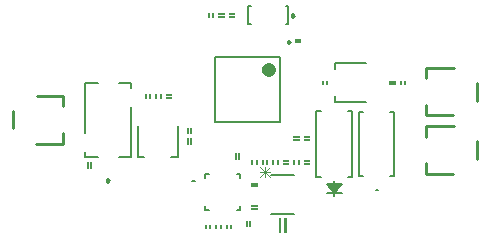
<source format=gto>
G04*
G04 #@! TF.GenerationSoftware,Altium Limited,Altium Designer,21.9.2 (33)*
G04*
G04 Layer_Color=65535*
%FSLAX25Y25*%
%MOIN*%
G70*
G04*
G04 #@! TF.SameCoordinates,DE561362-EE76-411C-985F-06221E673FF8*
G04*
G04*
G04 #@! TF.FilePolarity,Positive*
G04*
G01*
G75*
%ADD10C,0.00984*%
%ADD11C,0.02362*%
%ADD12C,0.00787*%
%ADD13C,0.00600*%
%ADD14C,0.00100*%
%ADD15C,0.01000*%
%ADD16C,0.00500*%
%ADD17C,0.00300*%
G36*
X-3100Y35300D02*
X-4900D01*
Y35650D01*
X-3100D01*
Y35300D01*
D02*
G37*
G36*
X-6600D02*
X-8400D01*
Y35650D01*
X-6600D01*
Y35300D01*
D02*
G37*
G36*
X-3100Y34350D02*
X-4900D01*
Y34700D01*
X-3100D01*
Y34350D01*
D02*
G37*
G36*
X-6600D02*
X-8400D01*
Y34700D01*
X-6600D01*
Y34350D01*
D02*
G37*
G36*
X-10050D02*
X-10400Y34350D01*
Y35650D01*
X-10050Y35650D01*
Y34350D01*
D02*
G37*
G36*
X-11600D02*
X-11950D01*
Y35650D01*
X-11600D01*
Y34350D01*
D02*
G37*
G36*
X18900Y26800D02*
X17100D01*
Y27150D01*
X18900D01*
Y26800D01*
D02*
G37*
G36*
Y25850D02*
X17100D01*
Y26200D01*
X18900D01*
Y25850D01*
D02*
G37*
G36*
X50400Y12800D02*
X48600D01*
Y13150D01*
X50400D01*
Y12800D01*
D02*
G37*
G36*
X53950Y11850D02*
X53600Y11850D01*
Y13150D01*
X53950Y13150D01*
Y11850D01*
D02*
G37*
G36*
X52400D02*
X52050D01*
Y13150D01*
X52400D01*
Y11850D01*
D02*
G37*
G36*
X50400D02*
X48600D01*
Y12200D01*
X50400D01*
Y11850D01*
D02*
G37*
G36*
X27950D02*
X27600Y11850D01*
Y13150D01*
X27950Y13150D01*
Y11850D01*
D02*
G37*
G36*
X26400D02*
X26050D01*
Y13150D01*
X26400D01*
Y11850D01*
D02*
G37*
G36*
X-24100Y8300D02*
X-25900D01*
Y8650D01*
X-24100D01*
Y8300D01*
D02*
G37*
G36*
Y7350D02*
X-25900D01*
Y7700D01*
X-24100D01*
Y7350D01*
D02*
G37*
G36*
X-27550D02*
X-27900Y7350D01*
Y8650D01*
X-27550Y8650D01*
Y7350D01*
D02*
G37*
G36*
X-29100D02*
X-29450D01*
Y8650D01*
X-29100D01*
Y7350D01*
D02*
G37*
G36*
X-31050D02*
X-31400Y7350D01*
Y8650D01*
X-31050Y8650D01*
Y7350D01*
D02*
G37*
G36*
X-32600D02*
X-32950D01*
Y8650D01*
X-32600D01*
Y7350D01*
D02*
G37*
G36*
X-17350Y-4400D02*
X-17700D01*
Y-2600D01*
X-17350D01*
Y-4400D01*
D02*
G37*
G36*
X-18300D02*
X-18650D01*
Y-2600D01*
X-18300D01*
Y-4400D01*
D02*
G37*
G36*
X21900Y-5700D02*
X20100D01*
Y-5350D01*
X21900D01*
Y-5700D01*
D02*
G37*
G36*
X18400D02*
X16600D01*
Y-5350D01*
X18400D01*
Y-5700D01*
D02*
G37*
G36*
X21900Y-6650D02*
X20100D01*
Y-6300D01*
X21900D01*
Y-6650D01*
D02*
G37*
G36*
X18400D02*
X16600D01*
Y-6300D01*
X18400D01*
Y-6650D01*
D02*
G37*
G36*
X-17350Y-7900D02*
X-17700D01*
Y-6100D01*
X-17350D01*
Y-7900D01*
D02*
G37*
G36*
X-18300D02*
X-18650D01*
Y-6100D01*
X-18300D01*
Y-7900D01*
D02*
G37*
G36*
X-1350Y-12900D02*
X-1700D01*
Y-11100D01*
X-1350D01*
Y-12900D01*
D02*
G37*
G36*
X-2300D02*
X-2650D01*
Y-11100D01*
X-2300D01*
Y-12900D01*
D02*
G37*
G36*
X21900Y-13700D02*
X20100D01*
Y-13350D01*
X21900D01*
Y-13700D01*
D02*
G37*
G36*
X14900D02*
X13100D01*
Y-13350D01*
X14900D01*
Y-13700D01*
D02*
G37*
G36*
X21900Y-14650D02*
X20100D01*
Y-14300D01*
X21900D01*
Y-14650D01*
D02*
G37*
G36*
X18450D02*
X18100D01*
Y-13350D01*
X18450D01*
Y-14650D01*
D02*
G37*
G36*
X16900Y-13350D02*
Y-14650D01*
X16550Y-14650D01*
Y-13350D01*
X16900Y-13350D01*
D02*
G37*
G36*
X14900Y-14650D02*
X13100D01*
Y-14300D01*
X14900D01*
Y-14650D01*
D02*
G37*
G36*
X11450D02*
X11100Y-14650D01*
Y-13350D01*
X11450Y-13350D01*
Y-14650D01*
D02*
G37*
G36*
X9900D02*
X9550D01*
Y-13350D01*
X9900D01*
Y-14650D01*
D02*
G37*
G36*
X7950D02*
X7600Y-14650D01*
Y-13350D01*
X7950Y-13350D01*
Y-14650D01*
D02*
G37*
G36*
X6400D02*
X6050D01*
Y-13350D01*
X6400D01*
Y-14650D01*
D02*
G37*
G36*
X4450D02*
X4100D01*
Y-13350D01*
X4450D01*
Y-14650D01*
D02*
G37*
G36*
X2900Y-13350D02*
Y-14650D01*
X2550Y-14650D01*
Y-13350D01*
X2900Y-13350D01*
D02*
G37*
G36*
X-50850Y-15900D02*
X-51200D01*
Y-14100D01*
X-50850D01*
Y-15900D01*
D02*
G37*
G36*
X-51800D02*
X-52150D01*
Y-14100D01*
X-51800D01*
Y-15900D01*
D02*
G37*
G36*
X4400Y-21200D02*
X2600D01*
Y-20850D01*
X4400D01*
Y-21200D01*
D02*
G37*
G36*
Y-22150D02*
X2600D01*
Y-21800D01*
X4400D01*
Y-22150D01*
D02*
G37*
G36*
Y-28700D02*
X2600D01*
Y-28350D01*
X4400D01*
Y-28700D01*
D02*
G37*
G36*
Y-29650D02*
X2600D01*
Y-29300D01*
X4400D01*
Y-29650D01*
D02*
G37*
G36*
X2150Y-35400D02*
X1800D01*
Y-33600D01*
X2150D01*
Y-35400D01*
D02*
G37*
G36*
X1200D02*
X850D01*
Y-33600D01*
X1200D01*
Y-35400D01*
D02*
G37*
G36*
X-4050Y-36150D02*
X-4400D01*
Y-34850D01*
X-4050D01*
Y-36150D01*
D02*
G37*
G36*
X-5600Y-34850D02*
Y-36150D01*
X-5950Y-36150D01*
Y-34850D01*
X-5600Y-34850D01*
D02*
G37*
G36*
X-7550Y-36150D02*
X-7900D01*
Y-34850D01*
X-7550D01*
Y-36150D01*
D02*
G37*
G36*
X-9100Y-34850D02*
Y-36150D01*
X-9450Y-36150D01*
Y-34850D01*
X-9100Y-34850D01*
D02*
G37*
G36*
X-11050Y-36150D02*
X-11400D01*
Y-34850D01*
X-11050D01*
Y-36150D01*
D02*
G37*
G36*
X-12600Y-34850D02*
Y-36150D01*
X-12950Y-36150D01*
Y-34850D01*
X-12600Y-34850D01*
D02*
G37*
G36*
X14200Y-37400D02*
X13700D01*
Y-32600D01*
X14200D01*
Y-37400D01*
D02*
G37*
G36*
X12300D02*
X11800D01*
Y-32600D01*
X12300D01*
Y-37400D01*
D02*
G37*
D10*
X15575Y25945D02*
X14837Y26371D01*
Y25519D01*
X15575Y25945D01*
X17000Y34803D02*
X16262Y35229D01*
Y34377D01*
X17000Y34803D01*
X-44705Y-20177D02*
X-45443Y-19751D01*
Y-20603D01*
X-44705Y-20177D01*
D11*
X9571Y16890D02*
X9126Y17813D01*
X8127Y18041D01*
X7326Y17402D01*
Y16377D01*
X8127Y15738D01*
X9126Y15966D01*
X9571Y16890D01*
D12*
X-16240Y-20260D02*
X-17028D01*
X-16240D01*
X-9327Y20827D02*
X12327D01*
X-9327Y-827D02*
X12327D01*
Y20827D01*
X-9327Y-827D02*
Y20827D01*
X14047Y32146D02*
X14835D01*
X1646D02*
X2433D01*
X1646D02*
Y37854D01*
X14047D02*
X14835D01*
X1646D02*
X2433D01*
X14835Y32146D02*
Y37854D01*
X-52677Y-12205D02*
Y-10728D01*
Y-4232D02*
Y12205D01*
X-41555D02*
X-37323D01*
X-52677D02*
X-48445D01*
X-37323Y-12205D02*
Y4232D01*
Y10728D02*
Y12205D01*
X-41555Y-12205D02*
X-37323D01*
X-52677D02*
X-48445D01*
D13*
X44800Y-23250D02*
X44200D01*
X44800D01*
X30500Y5900D02*
X40953D01*
X30500Y16960D02*
Y19100D01*
X40953D01*
X30500Y5900D02*
Y8040D01*
X9150Y-31500D02*
X16850D01*
X9150Y-18500D02*
X16850D01*
X-24040Y-12500D02*
X-21900D01*
X-35100D02*
Y-2047D01*
Y-12500D02*
X-32960D01*
X-21900D02*
Y-2047D01*
X38700Y2750D02*
X40040D01*
X48960Y-18750D02*
X50300D01*
X38700D02*
X40040D01*
X38700D02*
Y2750D01*
X48960D02*
X50300D01*
Y-18750D02*
Y2750D01*
X34875Y-18900D02*
X36315D01*
X24315D02*
X25755D01*
X24315D02*
Y2900D01*
X34875D02*
X36315D01*
Y-18900D02*
Y2900D01*
X27815Y-21400D02*
X32815D01*
X30315Y-24400D02*
X30815Y-21400D01*
X30315Y-24400D02*
X31315Y-21400D01*
X30315Y-24400D02*
X31815Y-21400D01*
X30315Y-24400D02*
X32315Y-21400D01*
X30315Y-24400D02*
X32815Y-21400D01*
X29815D02*
X30315Y-24400D01*
X29315Y-21400D02*
X30315Y-24400D01*
X28815Y-21400D02*
X30315Y-24400D01*
X28315Y-21400D02*
X30315Y-24400D01*
X27815Y-21400D02*
X30315Y-24400D01*
X27815D02*
X32815D01*
X30315Y-25400D02*
Y-20400D01*
X24315Y2900D02*
X25755D01*
D14*
X20100Y-14650D02*
Y-14300D01*
X21900Y-14650D02*
Y-14300D01*
X20100D02*
X21900D01*
X20100Y-14650D02*
X21900D01*
X20100Y-13350D02*
X21900D01*
X20100Y-13700D02*
X21900D01*
X20100D02*
Y-13350D01*
X21900Y-13700D02*
Y-13350D01*
X18400Y-5700D02*
Y-5350D01*
X16600Y-5700D02*
Y-5350D01*
Y-5700D02*
X18400D01*
X16600Y-5350D02*
X18400D01*
X16600Y-6650D02*
X18400D01*
X16600Y-6300D02*
X18400D01*
Y-6650D02*
Y-6300D01*
X16600Y-6650D02*
Y-6300D01*
X-52150Y-14100D02*
X-51800D01*
X-52150Y-15900D02*
X-51800D01*
Y-14100D01*
X-52150Y-15900D02*
Y-14100D01*
X-50850Y-15900D02*
Y-14100D01*
X-51200Y-15900D02*
Y-14100D01*
X-50850D01*
X-51200Y-15900D02*
X-50850D01*
X-11950Y34350D02*
Y35650D01*
X-11600D01*
Y34350D02*
Y35650D01*
X-11950Y34350D02*
X-11600D01*
X-10400Y35650D02*
X-10050Y35650D01*
X-10400Y34350D02*
Y35650D01*
Y34350D02*
X-10050Y34350D01*
Y35650D01*
X21900Y-5700D02*
Y-5350D01*
X20100Y-5700D02*
Y-5350D01*
Y-5700D02*
X21900D01*
X20100Y-5350D02*
X21900D01*
X20100Y-6650D02*
X21900D01*
X20100Y-6300D02*
X21900D01*
Y-6650D02*
Y-6300D01*
X20100Y-6650D02*
Y-6300D01*
X53950Y11850D02*
Y13150D01*
X53600Y11850D02*
X53950Y11850D01*
X53600Y11850D02*
Y13150D01*
X53950Y13150D01*
X52050Y11850D02*
X52400D01*
Y13150D01*
X52050D02*
X52400D01*
X52050Y11850D02*
Y13150D01*
X-31050Y7350D02*
Y8650D01*
X-31400Y7350D02*
X-31050Y7350D01*
X-31400Y7350D02*
Y8650D01*
X-31050Y8650D01*
X-32950Y7350D02*
X-32600D01*
Y8650D01*
X-32950D02*
X-32600D01*
X-32950Y7350D02*
Y8650D01*
X48600Y11850D02*
Y12200D01*
X50400Y11850D02*
Y12200D01*
X48600D02*
X50400D01*
X48600Y11850D02*
X50400D01*
X48600Y13150D02*
X50400D01*
X48600Y12800D02*
X50400D01*
X48600D02*
Y13150D01*
X50400Y12800D02*
Y13150D01*
X27950Y11850D02*
Y13150D01*
X27600Y11850D02*
X27950Y11850D01*
X27600Y11850D02*
Y13150D01*
X27950Y13150D01*
X26050Y11850D02*
X26400D01*
Y13150D01*
X26050D02*
X26400D01*
X26050Y11850D02*
Y13150D01*
X-2650Y-11100D02*
X-2300D01*
X-2650Y-12900D02*
X-2300D01*
Y-11100D01*
X-2650Y-12900D02*
Y-11100D01*
X-1350Y-12900D02*
Y-11100D01*
X-1700Y-12900D02*
Y-11100D01*
X-1350D01*
X-1700Y-12900D02*
X-1350D01*
X16550Y-14650D02*
Y-13350D01*
X16900Y-13350D01*
Y-14650D02*
Y-13350D01*
X16550Y-14650D02*
X16900Y-14650D01*
X18100Y-13350D02*
X18450D01*
X18100Y-14650D02*
Y-13350D01*
Y-14650D02*
X18450D01*
Y-13350D01*
X14900Y-13700D02*
Y-13350D01*
X13100Y-13700D02*
Y-13350D01*
Y-13700D02*
X14900D01*
X13100Y-13350D02*
X14900D01*
X13100Y-14650D02*
X14900D01*
X13100Y-14300D02*
X14900D01*
Y-14650D02*
Y-14300D01*
X13100Y-14650D02*
Y-14300D01*
X11450Y-14650D02*
Y-13350D01*
X11100Y-14650D02*
X11450Y-14650D01*
X11100Y-14650D02*
Y-13350D01*
X11450Y-13350D01*
X9550Y-14650D02*
X9900D01*
Y-13350D01*
X9550D02*
X9900D01*
X9550Y-14650D02*
Y-13350D01*
X7950Y-14650D02*
Y-13350D01*
X7600Y-14650D02*
X7950Y-14650D01*
X7600Y-14650D02*
Y-13350D01*
X7950Y-13350D01*
X6050Y-14650D02*
X6400D01*
Y-13350D01*
X6050D02*
X6400D01*
X6050Y-14650D02*
Y-13350D01*
X2550Y-14650D02*
Y-13350D01*
X2900Y-13350D01*
Y-14650D02*
Y-13350D01*
X2550Y-14650D02*
X2900Y-14650D01*
X4100Y-13350D02*
X4450D01*
X4100Y-14650D02*
Y-13350D01*
Y-14650D02*
X4450D01*
Y-13350D01*
X-5950Y-36150D02*
Y-34850D01*
X-5600Y-34850D01*
Y-36150D02*
Y-34850D01*
X-5950Y-36150D02*
X-5600Y-36150D01*
X-4400Y-34850D02*
X-4050D01*
X-4400Y-36150D02*
Y-34850D01*
Y-36150D02*
X-4050D01*
Y-34850D01*
X4400Y-21200D02*
Y-20850D01*
X2600Y-21200D02*
Y-20850D01*
Y-21200D02*
X4400D01*
X2600Y-20850D02*
X4400D01*
X2600Y-22150D02*
X4400D01*
X2600Y-21800D02*
X4400D01*
Y-22150D02*
Y-21800D01*
X2600Y-22150D02*
Y-21800D01*
X850Y-33600D02*
X1200D01*
X850Y-35400D02*
X1200D01*
Y-33600D01*
X850Y-35400D02*
Y-33600D01*
X2150Y-35400D02*
Y-33600D01*
X1800Y-35400D02*
Y-33600D01*
X2150D01*
X1800Y-35400D02*
X2150D01*
X17100Y25850D02*
Y26200D01*
X18900Y25850D02*
Y26200D01*
X17100D02*
X18900D01*
X17100Y25850D02*
X18900D01*
X17100Y27150D02*
X18900D01*
X17100Y26800D02*
X18900D01*
X17100D02*
Y27150D01*
X18900Y26800D02*
Y27150D01*
X-24100Y8300D02*
Y8650D01*
X-25900Y8300D02*
Y8650D01*
Y8300D02*
X-24100D01*
X-25900Y8650D02*
X-24100D01*
X-25900Y7350D02*
X-24100D01*
X-25900Y7700D02*
X-24100D01*
Y7350D02*
Y7700D01*
X-25900Y7350D02*
Y7700D01*
X-27550Y7350D02*
Y8650D01*
X-27900Y7350D02*
X-27550Y7350D01*
X-27900Y7350D02*
Y8650D01*
X-27550Y8650D01*
X-29450Y7350D02*
X-29100D01*
Y8650D01*
X-29450D02*
X-29100D01*
X-29450Y7350D02*
Y8650D01*
X-4900Y34350D02*
Y34700D01*
X-3100Y34350D02*
Y34700D01*
X-4900D02*
X-3100D01*
X-4900Y34350D02*
X-3100D01*
X-4900Y35650D02*
X-3100D01*
X-4900Y35300D02*
X-3100D01*
X-4900D02*
Y35650D01*
X-3100Y35300D02*
Y35650D01*
X-8400Y34350D02*
Y34700D01*
X-6600Y34350D02*
Y34700D01*
X-8400D02*
X-6600D01*
X-8400Y34350D02*
X-6600D01*
X-8400Y35650D02*
X-6600D01*
X-8400Y35300D02*
X-6600D01*
X-8400D02*
Y35650D01*
X-6600Y35300D02*
Y35650D01*
X-17700Y-4400D02*
X-17350D01*
X-17700Y-2600D02*
X-17350D01*
X-17700Y-4400D02*
Y-2600D01*
X-17350Y-4400D02*
Y-2600D01*
X-18650Y-4400D02*
Y-2600D01*
X-18300Y-4400D02*
Y-2600D01*
X-18650Y-4400D02*
X-18300D01*
X-18650Y-2600D02*
X-18300D01*
X-17700Y-7900D02*
X-17350D01*
X-17700Y-6100D02*
X-17350D01*
X-17700Y-7900D02*
Y-6100D01*
X-17350Y-7900D02*
Y-6100D01*
X-18650Y-7900D02*
Y-6100D01*
X-18300Y-7900D02*
Y-6100D01*
X-18650Y-7900D02*
X-18300D01*
X-18650Y-6100D02*
X-18300D01*
X13700Y-37400D02*
X14200D01*
X13700Y-32600D02*
X14200D01*
X13700Y-37400D02*
Y-32600D01*
X14200Y-37400D02*
Y-32600D01*
X11800Y-37400D02*
Y-32600D01*
X12300Y-37400D02*
Y-32600D01*
X11800D02*
X12300D01*
X11800Y-37400D02*
X12300D01*
X-7550Y-36150D02*
Y-34850D01*
X-7900Y-36150D02*
X-7550D01*
X-7900D02*
Y-34850D01*
X-7550D01*
X-9450Y-36150D02*
X-9100Y-36150D01*
Y-34850D01*
X-9450Y-34850D02*
X-9100Y-34850D01*
X-9450Y-36150D02*
Y-34850D01*
X-11050Y-36150D02*
Y-34850D01*
X-11400Y-36150D02*
X-11050D01*
X-11400D02*
Y-34850D01*
X-11050D01*
X-12950Y-36150D02*
X-12600Y-36150D01*
Y-34850D01*
X-12950Y-34850D02*
X-12600Y-34850D01*
X-12950Y-36150D02*
Y-34850D01*
X4400Y-28700D02*
Y-28350D01*
X2600Y-28700D02*
Y-28350D01*
Y-28700D02*
X4400D01*
X2600Y-28350D02*
X4400D01*
X2600Y-29650D02*
X4400D01*
X2600Y-29300D02*
X4400D01*
Y-29650D02*
Y-29300D01*
X2600Y-29650D02*
Y-29300D01*
D15*
X61004Y1626D02*
X69717D01*
X61004Y17374D02*
X70244D01*
X77736Y6480D02*
Y12342D01*
X61004Y1626D02*
Y4992D01*
Y13831D02*
Y17374D01*
Y-5669D02*
Y-2126D01*
Y-17874D02*
Y-14508D01*
X77736Y-13020D02*
Y-7158D01*
X61004Y-2126D02*
X70244D01*
X61004Y-17874D02*
X69717D01*
X-60004Y-7874D02*
Y-4331D01*
Y4508D02*
Y7874D01*
X-76736Y-2843D02*
Y3020D01*
X-69244Y-7874D02*
X-60004D01*
X-68717Y7874D02*
X-60004D01*
D16*
X-12795Y-19276D02*
Y-18094D01*
Y-29906D02*
Y-28724D01*
X-984Y-19276D02*
Y-18094D01*
Y-29906D02*
Y-28724D01*
X-12795Y-18094D02*
X-11614D01*
X-12795Y-29906D02*
X-11614D01*
X-2165Y-18094D02*
X-984D01*
X-2165Y-29906D02*
X-984D01*
D17*
X5425Y-15696D02*
X8757Y-19028D01*
X5425D02*
X8757Y-15696D01*
X5425Y-17362D02*
X8757D01*
X7091Y-19028D02*
Y-15696D01*
M02*

</source>
